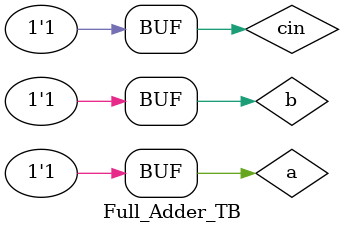
<source format=v>
module Full_Adder(a,b,cin,sum,carry);
  input a,b,cin;
  output sum,carry;
  
  assign sum = a ^ b ^ cin;
  assign carry = (a&b) | (b&cin)| (cin&a);

endmodule

//Test Bench

module Full_Adder_TB;
  reg a,b,cin;
  wire sum,carry;
  
  Full_Adder F1(.a(a),.b(b),.cin(cin),.sum(sum),.carry(carry));
  initial begin
  $display("Time\t a b cin | sum carry");
  $monitor("%g\t %b %b %b   | %b   %b",$time,a,b,cin,sum,carry);
  a = 1'b0;b = 1'b0; cin = 1'b0;#100;
  a = 1'b0;b = 1'b0; cin = 1'b1;#100;
  a = 1'b0;b = 1'b1; cin = 1'b0;#100;
  a = 1'b0;b = 1'b1; cin = 1'b1;#100;
  a = 1'b1;b = 1'b0; cin = 1'b0;#100;
  a = 1'b1;b = 1'b0; cin = 1'b1;#100;
  a = 1'b1;b = 1'b1; cin = 1'b0;#100;
  a = 1'b1;b = 1'b1; cin = 1'b1;#100;
  end
endmodule
</source>
